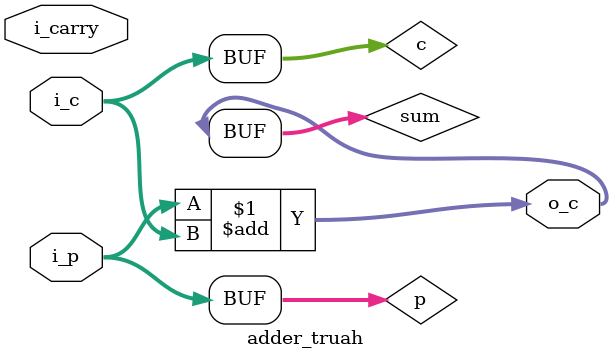
<source format=sv>


// https://solderpad.org/licenses/SHL-2.1/

// Unless required by applicable law or agreed to in writing, any work
// distributed under the License is distributed on an “AS IS” BASIS, WITHOUT
// WARRANTIES OR CONDITIONS OF ANY KIND, either express or implied. See the
// License for the specific language governing permissions and limitations
// under the License.

//
// Jordi Fornt <jfornt@bsc.es>

// ----------
// MACROS
// ----------

// --------------------
// MODULE DECLARATION
// --------------------

module adder_truah #(
    parameter A_APPROX = 0,
    parameter IP_W = 16,
    parameter OC_W = 16
)(
	// Data Inputs
    input  logic [IP_W-1:0]   	i_p,	    // First operand
	input  logic [OC_W-1:0]		i_c,	    // Second operand
    input  logic                i_carry,    // Carry in (IGNORED)
		
	// Data Outputs 
	output logic [OC_W-1:0]     o_c 	        // Sum output
);

// ---------------------
// Combinational part
// ---------------------

// Signed casting
logic signed [IP_W-1:0]     p;
logic signed [OC_W-1:0]     c, sum;

// TRUNCATE THE VALUES (set to HIGH all LSBs from one of the operands to have the output LSBs be 1)
generate
    if (A_APPROX>0) begin
        assign p = {i_p[IP_W-1:A_APPROX], {A_APPROX{1'b1}}};
        assign c = {i_c[OC_W-1:A_APPROX], {A_APPROX{1'b0}}};

    // Must handle the APPROX=zero case differenty to avoid inserting one dummy zero (left-shifting)
    end else begin
        assign p = i_p;
        assign c = i_c;
    end
endgenerate

// EXACT SUM on MSBs
assign sum = p + c;
assign o_c = sum;

endmodule

</source>
